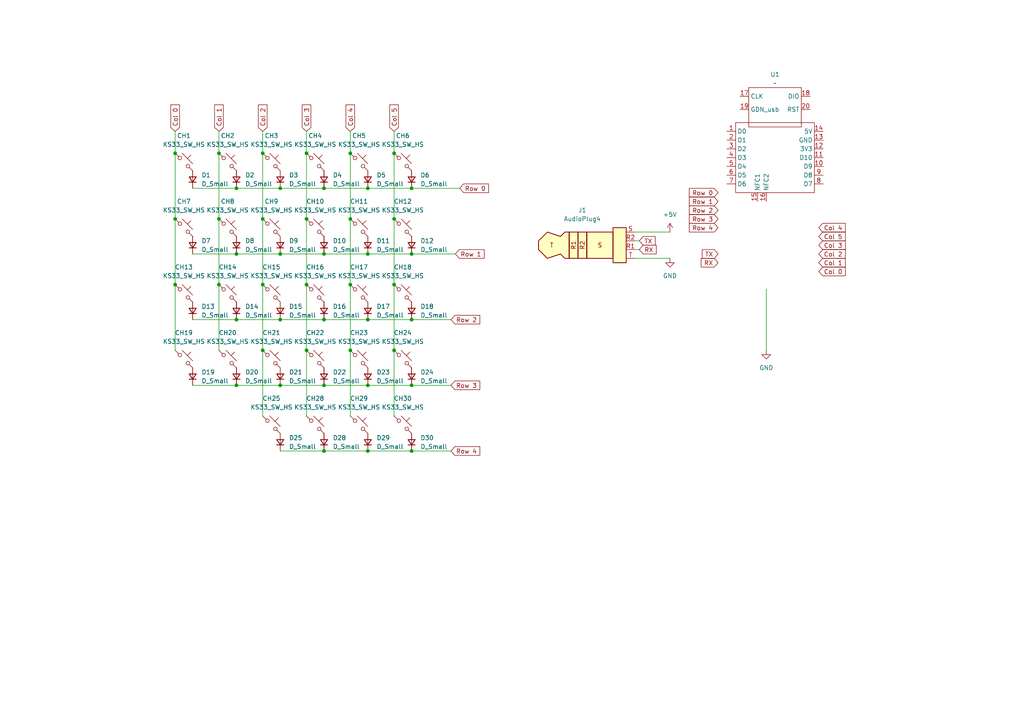
<source format=kicad_sch>
(kicad_sch (version 20231120) (generator "eeschema") (generator_version "8.0")
  (paper "A4")
  (lib_symbols
    (symbol "Connector_Audio:AudioPlug4"
      (property "Reference" "J" (at 10.16 5.08 0))
      (property "Value" "AudioPlug4" (at 11.43 -7.62 0))
      (symbol "AudioPlug4_0_0"
        (text "R1" (at -2.54 -1.27 900) (effects (font (size 1.27 1.27))))
        (text "R2" (at 0 -1.27 900) (effects (font (size 1.27 1.27))))
        (text "S" (at 5.08 -1.27 0) (effects (font (size 1.27 1.27))))
        (text "T" (at -8.89 -1.27 0) (effects (font (size 1.27 1.27))))
      )
      (symbol "AudioPlug4_0_1"
        (rectangle (start -1.27 2.54) (end -3.81 -5.08) (stroke (width 0.254)) (fill (type background)))
        (polyline (pts (xy -3.81 2.54) (xy -5.08 2.54) (xy -6.35 1.27) (xy -10.16 2.54) (xy -12.7 0) (xy -12.7 -2.54) (xy -10.16 -5.08) (xy -6.35 -3.81) (xy -5.08 -5.08) (xy -3.81 -5.08) (xy -3.81 2.54)) (stroke (width 0.254)) (fill (type background)))
        (rectangle (start 1.27 2.54) (end -1.27 -5.08) (stroke (width 0.254)) (fill (type background)))
        (rectangle (start 1.27 2.54) (end 8.89 -5.08) (stroke (width 0.254)) (fill (type background)))
        (rectangle (start 12.7 3.81) (end 8.89 -6.35) (stroke (width 0.254)) (fill (type background)))
      )
      (symbol "AudioPlug4_1_1"
        (pin passive line (at 15.24 -2.54 180) (length 2.54) (name "~") (number "R1"))
        (pin passive line (at 15.24 0 180) (length 2.54) (name "~") (number "R2"))
        (pin passive line (at 15.24 2.54 180) (length 2.54) (name "~") (number "S"))
        (pin passive line (at 15.24 -5.08 180) (length 2.54) (name "~") (number "T"))
      )
    )
    (symbol "Device:D_Small" (pin_numbers hide) (pin_names (offset 0.254) hide)
      (property "Reference" "D" (at -1.27 2.032 0))
      (property "Value" "D_Small" (at -3.81 -2.032 0))
      (symbol "D_Small_0_1"
        (polyline (pts (xy -0.762 -1.016) (xy -0.762 1.016)) (stroke (width 0.254)))
        (polyline (pts (xy -0.762 0) (xy 0.762 0)))
        (polyline (pts (xy 0.762 -1.016) (xy -0.762 0) (xy 0.762 1.016) (xy 0.762 -1.016)) (stroke (width 0.254)))
      )
      (symbol "D_Small_1_1"
        (pin passive line (at -2.54 0 0) (length 1.778) (name "K") (number "1"))
        (pin passive line (at 2.54 0 180) (length 1.778) (name "A") (number "2"))
      )
    )
    (symbol "PCM_marbastlib-gateron_lp:KS33_SW_HS_KS-2P02B01-02" (pin_numbers hide) (pin_names (offset 1.016) hide)
      (property "Reference" "CH" (at 3.048 1.016 0))
      (property "Value" "KS33_SW_HS" (at 0 -3.81 0))
      (symbol "KS33_SW_HS_KS-2P02B01-02_0_1"
        (circle (center -1.1684 1.1684) (radius 0.508))
        (polyline (pts (xy -0.508 2.54) (xy 2.54 -0.508)))
        (polyline (pts (xy 1.016 1.016) (xy 2.032 2.032)))
        (polyline (pts (xy -2.54 2.54) (xy -1.524 1.524) (xy -1.524 1.524)))
        (polyline (pts (xy 1.524 -1.524) (xy 2.54 -2.54) (xy 2.54 -2.54) (xy 2.54 -2.54)))
        (circle (center 1.143 -1.1938) (radius 0.508))
        (pin passive line (at -2.54 2.54 0) (length 0) (name "1") (number "1"))
        (pin passive line (at 2.54 -2.54 180) (length 0) (name "2") (number "2"))
      )
    )
    (symbol "power:+5V" (power) (pin_numbers hide) (pin_names (offset 0) hide)
      (property "Value" "+5V" (at 0 3.556 0))
      (symbol "+5V_0_1"
        (polyline (pts (xy -0.762 1.27) (xy 0 2.54)))
        (polyline (pts (xy 0 0) (xy 0 2.54)))
        (polyline (pts (xy 0 2.54) (xy 0.762 1.27)))
      )
      (symbol "+5V_1_1"
        (pin power_in line (at 0 0 90) (length 0) (name "~") (number "1"))
      )
    )
    (symbol "power:GND" (power) (pin_numbers hide) (pin_names (offset 0) hide)
      (property "Value" "GND" (at 0 -3.81 0))
      (symbol "GND_0_1"
        (polyline (pts (xy 0 0) (xy 0 -1.27) (xy 1.27 -1.27) (xy 0 -2.54) (xy -1.27 -1.27) (xy 0 -1.27)))
      )
      (symbol "GND_1_1"
        (pin power_in line (at 0 0 270) (length 0) (name "~") (number "1"))
      )
    )
    (symbol "sighol:Seeed_XIAO_BLE"
      (property "Reference" "U" (at 0 0 0))
      (symbol "Seeed_XIAO_BLE_0_1"
        (rectangle (start -11.43 2.54) (end 11.43 -17.78))
        (rectangle (start -7.62 12.7) (end 7.62 1.27))
      )
      (symbol "Seeed_XIAO_BLE_1_1"
        (pin bidirectional line (at -13.97 0 0) (length 2.54) (name "D0") (number "1"))
        (pin bidirectional line (at 13.97 -10.16 180) (length 2.54) (name "D9") (number "10"))
        (pin bidirectional line (at 13.97 -7.62 180) (length 2.54) (name "D10") (number "11"))
        (pin bidirectional line (at 13.97 -5.08 180) (length 2.54) (name "3V3") (number "12"))
        (pin bidirectional line (at 13.97 -2.54 180) (length 2.54) (name "GND") (number "13"))
        (pin power_in line (at 13.97 0 180) (length 2.54) (name "5V") (number "14"))
        (pin bidirectional line (at -5.08 -20.32 90) (length 2.54) (name "NFC1") (number "15"))
        (pin bidirectional line (at -2.54 -20.32 90) (length 2.54) (name "NFC2") (number "16"))
        (pin bidirectional line (at -10.16 10.16 0) (length 2.54) (name "CLK") (number "17"))
        (pin bidirectional line (at 10.16 10.16 180) (length 2.54) (name "DIO") (number "18"))
        (pin bidirectional line (at -10.16 6.35 0) (length 2.54) (name "GDN_usb") (number "19"))
        (pin bidirectional line (at -13.97 -2.54 0) (length 2.54) (name "D1") (number "2"))
        (pin bidirectional line (at 10.16 6.35 180) (length 2.54) (name "RST") (number "20"))
        (pin bidirectional line (at -13.97 -5.08 0) (length 2.54) (name "D2") (number "3"))
        (pin bidirectional line (at -13.97 -7.62 0) (length 2.54) (name "D3") (number "4"))
        (pin bidirectional line (at -13.97 -10.16 0) (length 2.54) (name "D4") (number "5"))
        (pin bidirectional line (at -13.97 -12.7 0) (length 2.54) (name "D5") (number "6"))
        (pin bidirectional line (at -13.97 -15.24 0) (length 2.54) (name "D6") (number "7"))
        (pin bidirectional line (at 13.97 -15.24 180) (length 2.54) (name "D7") (number "8"))
        (pin bidirectional line (at 13.97 -12.7 180) (length 2.54) (name "D8") (number "9"))
      )
    )
  )
  (junction (at 101.6 44.45))
  (junction (at 93.98 73.66))
  (junction (at 68.58 111.76))
  (junction (at 50.8 44.45))
  (junction (at 106.68 54.61))
  (junction (at 119.38 73.66))
  (junction (at 114.3 101.6))
  (junction (at 50.8 63.5))
  (junction (at 81.28 73.66))
  (junction (at 114.3 63.5))
  (junction (at 114.3 82.55))
  (junction (at 81.28 111.76))
  (junction (at 88.9 101.6))
  (junction (at 93.98 111.76))
  (junction (at 101.6 101.6))
  (junction (at 106.68 130.81))
  (junction (at 63.5 44.45))
  (junction (at 106.68 73.66))
  (junction (at 76.2 63.5))
  (junction (at 81.28 92.71))
  (junction (at 68.58 73.66))
  (junction (at 63.5 63.5))
  (junction (at 106.68 111.76))
  (junction (at 101.6 63.5))
  (junction (at 119.38 130.81))
  (junction (at 63.5 82.55))
  (junction (at 76.2 82.55))
  (junction (at 119.38 54.61))
  (junction (at 114.3 44.45))
  (junction (at 50.8 82.55))
  (junction (at 88.9 44.45))
  (junction (at 68.58 54.61))
  (junction (at 81.28 54.61))
  (junction (at 93.98 54.61))
  (junction (at 76.2 44.45))
  (junction (at 88.9 63.5))
  (junction (at 119.38 92.71))
  (junction (at 76.2 101.6))
  (junction (at 68.58 92.71))
  (junction (at 88.9 82.55))
  (junction (at 101.6 82.55))
  (junction (at 93.98 130.81))
  (junction (at 93.98 92.71))
  (junction (at 106.68 92.71))
  (junction (at 119.38 111.76))
  (wire (pts (xy 81.28 111.76) (xy 93.98 111.76)))
  (wire (pts (xy 106.68 73.66) (xy 119.38 73.66)))
  (wire (pts (xy 88.9 101.6) (xy 88.9 120.65)))
  (wire (pts (xy 119.38 130.81) (xy 130.81 130.81)))
  (wire (pts (xy 106.68 92.71) (xy 119.38 92.71)))
  (wire (pts (xy 88.9 63.5) (xy 88.9 82.55)))
  (wire (pts (xy 114.3 82.55) (xy 114.3 101.6)))
  (wire (pts (xy 184.15 74.93) (xy 194.31 74.93)))
  (wire (pts (xy 63.5 82.55) (xy 63.5 101.6)))
  (wire (pts (xy 93.98 54.61) (xy 106.68 54.61)))
  (wire (pts (xy 185.42 69.85) (xy 184.15 69.85)))
  (wire (pts (xy 184.15 67.31) (xy 194.31 67.31)))
  (wire (pts (xy 93.98 111.76) (xy 106.68 111.76)))
  (wire (pts (xy 114.3 101.6) (xy 114.3 120.65)))
  (wire (pts (xy 81.28 92.71) (xy 93.98 92.71)))
  (wire (pts (xy 50.8 63.5) (xy 50.8 82.55)))
  (wire (pts (xy 88.9 82.55) (xy 88.9 101.6)))
  (wire (pts (xy 106.68 54.61) (xy 119.38 54.61)))
  (wire (pts (xy 101.6 82.55) (xy 101.6 101.6)))
  (wire (pts (xy 101.6 44.45) (xy 101.6 38.1)))
  (wire (pts (xy 50.8 82.55) (xy 50.8 101.6)))
  (wire (pts (xy 101.6 63.5) (xy 101.6 82.55)))
  (wire (pts (xy 222.25 83.82) (xy 222.25 101.6)))
  (wire (pts (xy 81.28 54.61) (xy 93.98 54.61)))
  (wire (pts (xy 101.6 44.45) (xy 101.6 63.5)))
  (wire (pts (xy 88.9 44.45) (xy 88.9 63.5)))
  (wire (pts (xy 63.5 44.45) (xy 63.5 63.5)))
  (wire (pts (xy 119.38 92.71) (xy 130.81 92.71)))
  (wire (pts (xy 55.88 111.76) (xy 68.58 111.76)))
  (wire (pts (xy 119.38 73.66) (xy 132.08 73.66)))
  (wire (pts (xy 185.42 72.39) (xy 184.15 72.39)))
  (wire (pts (xy 50.8 44.45) (xy 50.8 38.1)))
  (wire (pts (xy 119.38 111.76) (xy 130.81 111.76)))
  (wire (pts (xy 68.58 111.76) (xy 81.28 111.76)))
  (wire (pts (xy 81.28 130.81) (xy 93.98 130.81)))
  (wire (pts (xy 76.2 101.6) (xy 76.2 120.65)))
  (wire (pts (xy 55.88 73.66) (xy 68.58 73.66)))
  (wire (pts (xy 55.88 54.61) (xy 68.58 54.61)))
  (wire (pts (xy 119.38 54.61) (xy 133.35 54.61)))
  (wire (pts (xy 81.28 73.66) (xy 93.98 73.66)))
  (wire (pts (xy 93.98 92.71) (xy 106.68 92.71)))
  (wire (pts (xy 93.98 130.81) (xy 106.68 130.81)))
  (wire (pts (xy 76.2 44.45) (xy 76.2 63.5)))
  (wire (pts (xy 88.9 44.45) (xy 88.9 38.1)))
  (wire (pts (xy 106.68 111.76) (xy 119.38 111.76)))
  (wire (pts (xy 114.3 63.5) (xy 114.3 82.55)))
  (wire (pts (xy 106.68 130.81) (xy 119.38 130.81)))
  (wire (pts (xy 76.2 63.5) (xy 76.2 82.55)))
  (wire (pts (xy 68.58 92.71) (xy 81.28 92.71)))
  (wire (pts (xy 76.2 82.55) (xy 76.2 101.6)))
  (wire (pts (xy 101.6 101.6) (xy 101.6 120.65)))
  (wire (pts (xy 93.98 73.66) (xy 106.68 73.66)))
  (wire (pts (xy 68.58 54.61) (xy 81.28 54.61)))
  (wire (pts (xy 68.58 73.66) (xy 81.28 73.66)))
  (wire (pts (xy 55.88 92.71) (xy 68.58 92.71)))
  (wire (pts (xy 63.5 63.5) (xy 63.5 82.55)))
  (wire (pts (xy 63.5 44.45) (xy 63.5 38.1)))
  (wire (pts (xy 76.2 44.45) (xy 76.2 38.1)))
  (wire (pts (xy 50.8 44.45) (xy 50.8 63.5)))
  (wire (pts (xy 114.3 44.45) (xy 114.3 63.5)))
  (wire (pts (xy 114.3 44.45) (xy 114.3 38.1)))
  (global_label "Col 1" (shape input) (at 63.5 38.1 90) (property "Intersheetrefs" "${INTERSHEET_REFS}" (effects (hide yes))))
  (global_label "Col 1" (shape input) (at 237.49 76.2 0) (property "Intersheetrefs" "${INTERSHEET_REFS}" (effects (hide yes))))
  (global_label "Row 4" (shape input) (at 208.28 66.04 180) (property "Intersheetrefs" "${INTERSHEET_REFS}" (effects (hide yes))))
  (global_label "TX" (shape input) (at 185.42 69.85 0) (property "Intersheetrefs" "${INTERSHEET_REFS}" (effects (hide yes))))
  (global_label "Row 2" (shape input) (at 208.28 60.96 180) (property "Intersheetrefs" "${INTERSHEET_REFS}" (effects (hide yes))))
  (global_label "Col 0" (shape input) (at 50.8 38.1 90) (property "Intersheetrefs" "${INTERSHEET_REFS}" (effects (hide yes))))
  (global_label "Col 2" (shape input) (at 237.49 73.66 0) (property "Intersheetrefs" "${INTERSHEET_REFS}" (effects (hide yes))))
  (global_label "RX" (shape input) (at 185.42 72.39 0) (property "Intersheetrefs" "${INTERSHEET_REFS}" (effects (hide yes))))
  (global_label "Row 4" (shape input) (at 130.81 130.81 0) (property "Intersheetrefs" "${INTERSHEET_REFS}" (effects (hide yes))))
  (global_label "Row 3" (shape input) (at 130.81 111.76 0) (property "Intersheetrefs" "${INTERSHEET_REFS}" (effects (hide yes))))
  (global_label "Col 3" (shape input) (at 237.49 71.12 0) (property "Intersheetrefs" "${INTERSHEET_REFS}" (effects (hide yes))))
  (global_label "RX" (shape input) (at 208.28 76.2 180) (property "Intersheetrefs" "${INTERSHEET_REFS}" (effects (hide yes))))
  (global_label "Row 1" (shape input) (at 132.08 73.66 0) (property "Intersheetrefs" "${INTERSHEET_REFS}" (effects (hide yes))))
  (global_label "Row 3" (shape input) (at 208.28 63.5 180) (property "Intersheetrefs" "${INTERSHEET_REFS}" (effects (hide yes))))
  (global_label "Col 4" (shape input) (at 237.49 66.04 0) (property "Intersheetrefs" "${INTERSHEET_REFS}" (effects (hide yes))))
  (global_label "Col 4" (shape input) (at 101.6 38.1 90) (property "Intersheetrefs" "${INTERSHEET_REFS}" (effects (hide yes))))
  (global_label "Col 5" (shape input) (at 237.49 68.58 0) (property "Intersheetrefs" "${INTERSHEET_REFS}" (effects (hide yes))))
  (global_label "Col 2" (shape input) (at 76.2 38.1 90) (property "Intersheetrefs" "${INTERSHEET_REFS}" (effects (hide yes))))
  (global_label "Col 3" (shape input) (at 88.9 38.1 90) (property "Intersheetrefs" "${INTERSHEET_REFS}" (effects (hide yes))))
  (global_label "Row 0" (shape input) (at 208.28 55.88 180) (property "Intersheetrefs" "${INTERSHEET_REFS}" (effects (hide yes))))
  (global_label "Col 0" (shape input) (at 237.49 78.74 0) (property "Intersheetrefs" "${INTERSHEET_REFS}" (effects (hide yes))))
  (global_label "Col 5" (shape input) (at 114.3 38.1 90) (property "Intersheetrefs" "${INTERSHEET_REFS}" (effects (hide yes))))
  (global_label "Row 1" (shape input) (at 208.28 58.42 180) (property "Intersheetrefs" "${INTERSHEET_REFS}" (effects (hide yes))))
  (global_label "Row 0" (shape input) (at 133.35 54.61 0) (property "Intersheetrefs" "${INTERSHEET_REFS}" (effects (hide yes))))
  (global_label "Row 2" (shape input) (at 130.81 92.71 0) (property "Intersheetrefs" "${INTERSHEET_REFS}" (effects (hide yes))))
  (global_label "TX" (shape input) (at 208.28 73.66 180) (property "Intersheetrefs" "${INTERSHEET_REFS}" (effects (hide yes))))
  (symbol (lib_id "PCM_marbastlib-gateron_lp:KS33_SW_HS_KS-2P02B01-02") (at 91.44 85.09 0) (unit 1)
    (property "Reference" "CH16" (at 91.44 77.47 0))
    (property "Value" "KS33_SW_HS" (at 91.44 80.01 0))
    (property "Footprint" "sighol:Kailh_socket_PG1350_optional_reversible_clean" (effects (hide yes)))
    (property "Description" "Push button switch, normally open, two pins, 45° tilted" (effects (hide yes)))
  )
  (symbol (lib_id "sighol:Seeed_XIAO_BLE") (at 224.79 38.1 0) (unit 1)
    (property "Reference" "U1" (at 224.79 21.59 0))
    (property "Value" "~" (at 224.79 24.13 0))
  )
  (symbol (lib_id "PCM_marbastlib-gateron_lp:KS33_SW_HS_KS-2P02B01-02") (at 53.34 66.04 0) (unit 1)
    (property "Reference" "CH7" (at 53.34 58.42 0))
    (property "Value" "KS33_SW_HS" (at 53.34 60.96 0))
    (property "Footprint" "sighol:Kailh_socket_PG1350_optional_reversible_clean" (effects (hide yes)))
    (property "Description" "Push button switch, normally open, two pins, 45° tilted" (effects (hide yes)))
  )
  (symbol (lib_id "Device:D_Small") (at 106.68 90.17 90) (unit 1)
    (property "Reference" "D17" (at 109.22 88.8999 90) (effects (justify right)))
    (property "Value" "D_Small" (at 109.22 91.4399 90) (effects (justify right)))
    (property "Footprint" "sighol:D_DO-35_SOD27_P7.62mm_Horizontal" (effects (hide yes)))
    (property "Description" "Diode, small symbol" (effects (hide yes)))
    (property "Sim.Device" "D" (effects (hide yes)))
    (property "Sim.Pins" "1=K 2=A" (effects (hide yes)))
  )
  (symbol (lib_id "Device:D_Small") (at 119.38 109.22 90) (unit 1)
    (property "Reference" "D24" (at 121.92 107.9499 90) (effects (justify right)))
    (property "Value" "D_Small" (at 121.92 110.4899 90) (effects (justify right)))
    (property "Footprint" "sighol:D_DO-35_SOD27_P7.62mm_Horizontal" (effects (hide yes)))
    (property "Description" "Diode, small symbol" (effects (hide yes)))
    (property "Sim.Device" "D" (effects (hide yes)))
    (property "Sim.Pins" "1=K 2=A" (effects (hide yes)))
  )
  (symbol (lib_id "PCM_marbastlib-gateron_lp:KS33_SW_HS_KS-2P02B01-02") (at 66.04 46.99 0) (unit 1)
    (property "Reference" "CH2" (at 66.04 39.37 0))
    (property "Value" "KS33_SW_HS" (at 66.04 41.91 0))
    (property "Footprint" "sighol:Kailh_socket_PG1350_optional_reversible_clean" (effects (hide yes)))
    (property "Description" "Push button switch, normally open, two pins, 45° tilted" (effects (hide yes)))
  )
  (symbol (lib_id "Device:D_Small") (at 93.98 90.17 90) (unit 1)
    (property "Reference" "D16" (at 96.52 88.8999 90) (effects (justify right)))
    (property "Value" "D_Small" (at 96.52 91.4399 90) (effects (justify right)))
    (property "Footprint" "sighol:D_DO-35_SOD27_P7.62mm_Horizontal" (effects (hide yes)))
    (property "Description" "Diode, small symbol" (effects (hide yes)))
    (property "Sim.Device" "D" (effects (hide yes)))
    (property "Sim.Pins" "1=K 2=A" (effects (hide yes)))
  )
  (symbol (lib_id "PCM_marbastlib-gateron_lp:KS33_SW_HS_KS-2P02B01-02") (at 116.84 66.04 0) (unit 1)
    (property "Reference" "CH12" (at 116.84 58.42 0))
    (property "Value" "KS33_SW_HS" (at 116.84 60.96 0))
    (property "Footprint" "sighol:Kailh_socket_PG1350_optional_reversible_clean" (effects (hide yes)))
    (property "Description" "Push button switch, normally open, two pins, 45° tilted" (effects (hide yes)))
  )
  (symbol (lib_id "PCM_marbastlib-gateron_lp:KS33_SW_HS_KS-2P02B01-02") (at 104.14 46.99 0) (unit 1)
    (property "Reference" "CH5" (at 104.14 39.37 0))
    (property "Value" "KS33_SW_HS" (at 104.14 41.91 0))
    (property "Footprint" "sighol:Kailh_socket_PG1350_optional_reversible_clean" (effects (hide yes)))
    (property "Description" "Push button switch, normally open, two pins, 45° tilted" (effects (hide yes)))
  )
  (symbol (lib_id "power:GND") (at 222.25 101.6 0) (unit 1)
    (property "Reference" "#PWR06" (effects (hide yes)))
    (property "Value" "GND" (at 222.25 106.68 0))
    (property "Description" "Power symbol creates a global label with name \"GND\" , ground" (effects (hide yes)))
  )
  (symbol (lib_id "PCM_marbastlib-gateron_lp:KS33_SW_HS_KS-2P02B01-02") (at 91.44 104.14 0) (unit 1)
    (property "Reference" "CH22" (at 91.44 96.52 0))
    (property "Value" "KS33_SW_HS" (at 91.44 99.06 0))
    (property "Footprint" "sighol:Kailh_socket_PG1350_optional_reversible_clean" (effects (hide yes)))
    (property "Description" "Push button switch, normally open, two pins, 45° tilted" (effects (hide yes)))
  )
  (symbol (lib_id "PCM_marbastlib-gateron_lp:KS33_SW_HS_KS-2P02B01-02") (at 78.74 104.14 0) (unit 1)
    (property "Reference" "CH21" (at 78.74 96.52 0))
    (property "Value" "KS33_SW_HS" (at 78.74 99.06 0))
    (property "Footprint" "sighol:Kailh_socket_PG1350_optional_reversible_clean" (effects (hide yes)))
    (property "Description" "Push button switch, normally open, two pins, 45° tilted" (effects (hide yes)))
  )
  (symbol (lib_id "Device:D_Small") (at 106.68 109.22 90) (unit 1)
    (property "Reference" "D23" (at 109.22 107.9499 90) (effects (justify right)))
    (property "Value" "D_Small" (at 109.22 110.4899 90) (effects (justify right)))
    (property "Footprint" "sighol:D_DO-35_SOD27_P7.62mm_Horizontal" (effects (hide yes)))
    (property "Description" "Diode, small symbol" (effects (hide yes)))
    (property "Sim.Device" "D" (effects (hide yes)))
    (property "Sim.Pins" "1=K 2=A" (effects (hide yes)))
  )
  (symbol (lib_id "PCM_marbastlib-gateron_lp:KS33_SW_HS_KS-2P02B01-02") (at 91.44 46.99 0) (unit 1)
    (property "Reference" "CH4" (at 91.44 39.37 0))
    (property "Value" "KS33_SW_HS" (at 91.44 41.91 0))
    (property "Footprint" "sighol:Kailh_socket_PG1350_optional_reversible_clean" (effects (hide yes)))
    (property "Description" "Push button switch, normally open, two pins, 45° tilted" (effects (hide yes)))
  )
  (symbol (lib_id "Device:D_Small") (at 81.28 109.22 90) (unit 1)
    (property "Reference" "D21" (at 83.82 107.9499 90) (effects (justify right)))
    (property "Value" "D_Small" (at 83.82 110.4899 90) (effects (justify right)))
    (property "Footprint" "sighol:D_DO-35_SOD27_P7.62mm_Horizontal" (effects (hide yes)))
    (property "Description" "Diode, small symbol" (effects (hide yes)))
    (property "Sim.Device" "D" (effects (hide yes)))
    (property "Sim.Pins" "1=K 2=A" (effects (hide yes)))
  )
  (symbol (lib_id "Device:D_Small") (at 68.58 71.12 90) (unit 1)
    (property "Reference" "D8" (at 71.12 69.8499 90) (effects (justify right)))
    (property "Value" "D_Small" (at 71.12 72.3899 90) (effects (justify right)))
    (property "Footprint" "sighol:D_DO-35_SOD27_P7.62mm_Horizontal" (effects (hide yes)))
    (property "Description" "Diode, small symbol" (effects (hide yes)))
    (property "Sim.Device" "D" (effects (hide yes)))
    (property "Sim.Pins" "1=K 2=A" (effects (hide yes)))
  )
  (symbol (lib_id "Device:D_Small") (at 93.98 109.22 90) (unit 1)
    (property "Reference" "D22" (at 96.52 107.9499 90) (effects (justify right)))
    (property "Value" "D_Small" (at 96.52 110.4899 90) (effects (justify right)))
    (property "Footprint" "sighol:D_DO-35_SOD27_P7.62mm_Horizontal" (effects (hide yes)))
    (property "Description" "Diode, small symbol" (effects (hide yes)))
    (property "Sim.Device" "D" (effects (hide yes)))
    (property "Sim.Pins" "1=K 2=A" (effects (hide yes)))
  )
  (symbol (lib_id "PCM_marbastlib-gateron_lp:KS33_SW_HS_KS-2P02B01-02") (at 53.34 85.09 0) (unit 1)
    (property "Reference" "CH13" (at 53.34 77.47 0))
    (property "Value" "KS33_SW_HS" (at 53.34 80.01 0))
    (property "Footprint" "sighol:Kailh_socket_PG1350_optional_reversible_clean" (effects (hide yes)))
    (property "Description" "Push button switch, normally open, two pins, 45° tilted" (effects (hide yes)))
  )
  (symbol (lib_id "Device:D_Small") (at 93.98 52.07 90) (unit 1)
    (property "Reference" "D4" (at 96.52 50.7999 90) (effects (justify right)))
    (property "Value" "D_Small" (at 96.52 53.3399 90) (effects (justify right)))
    (property "Footprint" "sighol:D_DO-35_SOD27_P7.62mm_Horizontal" (effects (hide yes)))
    (property "Description" "Diode, small symbol" (effects (hide yes)))
    (property "Sim.Device" "D" (effects (hide yes)))
    (property "Sim.Pins" "1=K 2=A" (effects (hide yes)))
  )
  (symbol (lib_id "PCM_marbastlib-gateron_lp:KS33_SW_HS_KS-2P02B01-02") (at 116.84 123.19 0) (unit 1)
    (property "Reference" "CH30" (at 116.84 115.57 0))
    (property "Value" "KS33_SW_HS" (at 116.84 118.11 0))
    (property "Footprint" "sighol:Kailh_socket_PG1350_optional_reversible_clean" (effects (hide yes)))
    (property "Description" "Push button switch, normally open, two pins, 45° tilted" (effects (hide yes)))
  )
  (symbol (lib_id "Device:D_Small") (at 55.88 109.22 90) (unit 1)
    (property "Reference" "D19" (at 58.42 107.9499 90) (effects (justify right)))
    (property "Value" "D_Small" (at 58.42 110.4899 90) (effects (justify right)))
    (property "Footprint" "sighol:D_DO-35_SOD27_P7.62mm_Horizontal" (effects (hide yes)))
    (property "Description" "Diode, small symbol" (effects (hide yes)))
    (property "Sim.Device" "D" (effects (hide yes)))
    (property "Sim.Pins" "1=K 2=A" (effects (hide yes)))
  )
  (symbol (lib_id "PCM_marbastlib-gateron_lp:KS33_SW_HS_KS-2P02B01-02") (at 116.84 85.09 0) (unit 1)
    (property "Reference" "CH18" (at 116.84 77.47 0))
    (property "Value" "KS33_SW_HS" (at 116.84 80.01 0))
    (property "Footprint" "sighol:Kailh_socket_PG1350_optional_reversible_clean" (effects (hide yes)))
    (property "Description" "Push button switch, normally open, two pins, 45° tilted" (effects (hide yes)))
  )
  (symbol (lib_id "Device:D_Small") (at 93.98 128.27 90) (unit 1)
    (property "Reference" "D28" (at 96.52 126.9999 90) (effects (justify right)))
    (property "Value" "D_Small" (at 96.52 129.5399 90) (effects (justify right)))
    (property "Footprint" "sighol:D_DO-35_SOD27_P7.62mm_Horizontal" (effects (hide yes)))
    (property "Description" "Diode, small symbol" (effects (hide yes)))
    (property "Sim.Device" "D" (effects (hide yes)))
    (property "Sim.Pins" "1=K 2=A" (effects (hide yes)))
  )
  (symbol (lib_id "Connector_Audio:AudioPlug4") (at 168.91 69.85 0) (unit 1)
    (property "Reference" "J1" (at 168.91 60.96 0))
    (property "Value" "AudioPlug4" (at 168.91 63.5 0))
    (property "Footprint" "sighol:TRRS-PJ-320A" (effects (hide yes)))
    (property "Description" "Audio Jack, 4 Poles (Stereo / TRRS)" (effects (hide yes)))
  )
  (symbol (lib_id "PCM_marbastlib-gateron_lp:KS33_SW_HS_KS-2P02B01-02") (at 104.14 85.09 0) (unit 1)
    (property "Reference" "CH17" (at 104.14 77.47 0))
    (property "Value" "KS33_SW_HS" (at 104.14 80.01 0))
    (property "Footprint" "sighol:Kailh_socket_PG1350_optional_reversible_clean" (effects (hide yes)))
    (property "Description" "Push button switch, normally open, two pins, 45° tilted" (effects (hide yes)))
  )
  (symbol (lib_id "Device:D_Small") (at 55.88 90.17 90) (unit 1)
    (property "Reference" "D13" (at 58.42 88.8999 90) (effects (justify right)))
    (property "Value" "D_Small" (at 58.42 91.4399 90) (effects (justify right)))
    (property "Footprint" "sighol:D_DO-35_SOD27_P7.62mm_Horizontal" (effects (hide yes)))
    (property "Description" "Diode, small symbol" (effects (hide yes)))
    (property "Sim.Device" "D" (effects (hide yes)))
    (property "Sim.Pins" "1=K 2=A" (effects (hide yes)))
  )
  (symbol (lib_id "Device:D_Small") (at 106.68 71.12 90) (unit 1)
    (property "Reference" "D11" (at 109.22 69.8499 90) (effects (justify right)))
    (property "Value" "D_Small" (at 109.22 72.3899 90) (effects (justify right)))
    (property "Footprint" "sighol:D_DO-35_SOD27_P7.62mm_Horizontal" (effects (hide yes)))
    (property "Description" "Diode, small symbol" (effects (hide yes)))
    (property "Sim.Device" "D" (effects (hide yes)))
    (property "Sim.Pins" "1=K 2=A" (effects (hide yes)))
  )
  (symbol (lib_id "PCM_marbastlib-gateron_lp:KS33_SW_HS_KS-2P02B01-02") (at 53.34 46.99 0) (unit 1)
    (property "Reference" "CH1" (at 53.34 39.37 0))
    (property "Value" "KS33_SW_HS" (at 53.34 41.91 0))
    (property "Footprint" "sighol:Kailh_socket_PG1350_optional_reversible_clean" (effects (hide yes)))
    (property "Description" "Push button switch, normally open, two pins, 45° tilted" (effects (hide yes)))
  )
  (symbol (lib_id "PCM_marbastlib-gateron_lp:KS33_SW_HS_KS-2P02B01-02") (at 104.14 66.04 0) (unit 1)
    (property "Reference" "CH11" (at 104.14 58.42 0))
    (property "Value" "KS33_SW_HS" (at 104.14 60.96 0))
    (property "Footprint" "sighol:Kailh_socket_PG1350_optional_reversible_clean" (effects (hide yes)))
    (property "Description" "Push button switch, normally open, two pins, 45° tilted" (effects (hide yes)))
  )
  (symbol (lib_id "Device:D_Small") (at 68.58 90.17 90) (unit 1)
    (property "Reference" "D14" (at 71.12 88.8999 90) (effects (justify right)))
    (property "Value" "D_Small" (at 71.12 91.4399 90) (effects (justify right)))
    (property "Footprint" "sighol:D_DO-35_SOD27_P7.62mm_Horizontal" (effects (hide yes)))
    (property "Description" "Diode, small symbol" (effects (hide yes)))
    (property "Sim.Device" "D" (effects (hide yes)))
    (property "Sim.Pins" "1=K 2=A" (effects (hide yes)))
  )
  (symbol (lib_id "PCM_marbastlib-gateron_lp:KS33_SW_HS_KS-2P02B01-02") (at 116.84 104.14 0) (unit 1)
    (property "Reference" "CH24" (at 116.84 96.52 0))
    (property "Value" "KS33_SW_HS" (at 116.84 99.06 0))
    (property "Footprint" "sighol:Kailh_socket_PG1350_optional_reversible_clean" (effects (hide yes)))
    (property "Description" "Push button switch, normally open, two pins, 45° tilted" (effects (hide yes)))
  )
  (symbol (lib_id "PCM_marbastlib-gateron_lp:KS33_SW_HS_KS-2P02B01-02") (at 66.04 104.14 0) (unit 1)
    (property "Reference" "CH20" (at 66.04 96.52 0))
    (property "Value" "KS33_SW_HS" (at 66.04 99.06 0))
    (property "Footprint" "sighol:Kailh_socket_PG1350_optional_reversible_clean" (effects (hide yes)))
    (property "Description" "Push button switch, normally open, two pins, 45° tilted" (effects (hide yes)))
  )
  (symbol (lib_id "PCM_marbastlib-gateron_lp:KS33_SW_HS_KS-2P02B01-02") (at 66.04 66.04 0) (unit 1)
    (property "Reference" "CH8" (at 66.04 58.42 0))
    (property "Value" "KS33_SW_HS" (at 66.04 60.96 0))
    (property "Footprint" "sighol:Kailh_socket_PG1350_optional_reversible_clean" (effects (hide yes)))
    (property "Description" "Push button switch, normally open, two pins, 45° tilted" (effects (hide yes)))
  )
  (symbol (lib_id "Device:D_Small") (at 106.68 128.27 90) (unit 1)
    (property "Reference" "D29" (at 109.22 126.9999 90) (effects (justify right)))
    (property "Value" "D_Small" (at 109.22 129.5399 90) (effects (justify right)))
    (property "Footprint" "sighol:D_DO-35_SOD27_P7.62mm_Horizontal" (effects (hide yes)))
    (property "Description" "Diode, small symbol" (effects (hide yes)))
    (property "Sim.Device" "D" (effects (hide yes)))
    (property "Sim.Pins" "1=K 2=A" (effects (hide yes)))
  )
  (symbol (lib_id "PCM_marbastlib-gateron_lp:KS33_SW_HS_KS-2P02B01-02") (at 66.04 85.09 0) (unit 1)
    (property "Reference" "CH14" (at 66.04 77.47 0))
    (property "Value" "KS33_SW_HS" (at 66.04 80.01 0))
    (property "Footprint" "sighol:Kailh_socket_PG1350_optional_reversible_clean" (effects (hide yes)))
    (property "Description" "Push button switch, normally open, two pins, 45° tilted" (effects (hide yes)))
  )
  (symbol (lib_id "power:GND") (at 194.31 74.93 0) (unit 1)
    (property "Reference" "#PWR04" (effects (hide yes)))
    (property "Value" "GND" (at 194.31 80.01 0))
    (property "Description" "Power symbol creates a global label with name \"GND\" , ground" (effects (hide yes)))
  )
  (symbol (lib_id "Device:D_Small") (at 55.88 52.07 90) (unit 1)
    (property "Reference" "D1" (at 58.42 50.7999 90) (effects (justify right)))
    (property "Value" "D_Small" (at 58.42 53.3399 90) (effects (justify right)))
    (property "Footprint" "sighol:D_DO-35_SOD27_P7.62mm_Horizontal" (effects (hide yes)))
    (property "Description" "Diode, small symbol" (effects (hide yes)))
    (property "Sim.Device" "D" (effects (hide yes)))
    (property "Sim.Pins" "1=K 2=A" (effects (hide yes)))
  )
  (symbol (lib_id "Device:D_Small") (at 93.98 71.12 90) (unit 1)
    (property "Reference" "D10" (at 96.52 69.8499 90) (effects (justify right)))
    (property "Value" "D_Small" (at 96.52 72.3899 90) (effects (justify right)))
    (property "Footprint" "sighol:D_DO-35_SOD27_P7.62mm_Horizontal" (effects (hide yes)))
    (property "Description" "Diode, small symbol" (effects (hide yes)))
    (property "Sim.Device" "D" (effects (hide yes)))
    (property "Sim.Pins" "1=K 2=A" (effects (hide yes)))
  )
  (symbol (lib_id "Device:D_Small") (at 119.38 128.27 90) (unit 1)
    (property "Reference" "D30" (at 121.92 126.9999 90) (effects (justify right)))
    (property "Value" "D_Small" (at 121.92 129.5399 90) (effects (justify right)))
    (property "Footprint" "sighol:D_DO-35_SOD27_P7.62mm_Horizontal" (effects (hide yes)))
    (property "Description" "Diode, small symbol" (effects (hide yes)))
    (property "Sim.Device" "D" (effects (hide yes)))
    (property "Sim.Pins" "1=K 2=A" (effects (hide yes)))
  )
  (symbol (lib_id "Device:D_Small") (at 106.68 52.07 90) (unit 1)
    (property "Reference" "D5" (at 109.22 50.7999 90) (effects (justify right)))
    (property "Value" "D_Small" (at 109.22 53.3399 90) (effects (justify right)))
    (property "Footprint" "sighol:D_DO-35_SOD27_P7.62mm_Horizontal" (effects (hide yes)))
    (property "Description" "Diode, small symbol" (effects (hide yes)))
    (property "Sim.Device" "D" (effects (hide yes)))
    (property "Sim.Pins" "1=K 2=A" (effects (hide yes)))
  )
  (symbol (lib_id "Device:D_Small") (at 68.58 52.07 90) (unit 1)
    (property "Reference" "D2" (at 71.12 50.7999 90) (effects (justify right)))
    (property "Value" "D_Small" (at 71.12 53.3399 90) (effects (justify right)))
    (property "Footprint" "sighol:D_DO-35_SOD27_P7.62mm_Horizontal" (effects (hide yes)))
    (property "Description" "Diode, small symbol" (effects (hide yes)))
    (property "Sim.Device" "D" (effects (hide yes)))
    (property "Sim.Pins" "1=K 2=A" (effects (hide yes)))
  )
  (symbol (lib_id "PCM_marbastlib-gateron_lp:KS33_SW_HS_KS-2P02B01-02") (at 104.14 123.19 0) (unit 1)
    (property "Reference" "CH29" (at 104.14 115.57 0))
    (property "Value" "KS33_SW_HS" (at 104.14 118.11 0))
    (property "Footprint" "sighol:Kailh_socket_PG1350_optional_reversible_clean" (effects (hide yes)))
    (property "Description" "Push button switch, normally open, two pins, 45° tilted" (effects (hide yes)))
  )
  (symbol (lib_id "PCM_marbastlib-gateron_lp:KS33_SW_HS_KS-2P02B01-02") (at 78.74 123.19 0) (unit 1)
    (property "Reference" "CH25" (at 78.74 115.57 0))
    (property "Value" "KS33_SW_HS" (at 78.74 118.11 0))
    (property "Footprint" "sighol:Kailh_socket_PG1350_optional_reversible_clean" (effects (hide yes)))
    (property "Description" "Push button switch, normally open, two pins, 45° tilted" (effects (hide yes)))
  )
  (symbol (lib_id "power:+5V") (at 194.31 67.31 0) (unit 1)
    (property "Reference" "#PWR03" (effects (hide yes)))
    (property "Value" "+5V" (at 194.31 62.23 0))
    (property "Description" "Power symbol creates a global label with name \"+5V\"" (effects (hide yes)))
  )
  (symbol (lib_id "Device:D_Small") (at 81.28 90.17 90) (unit 1)
    (property "Reference" "D15" (at 83.82 88.8999 90) (effects (justify right)))
    (property "Value" "D_Small" (at 83.82 91.4399 90) (effects (justify right)))
    (property "Footprint" "sighol:D_DO-35_SOD27_P7.62mm_Horizontal" (effects (hide yes)))
    (property "Description" "Diode, small symbol" (effects (hide yes)))
    (property "Sim.Device" "D" (effects (hide yes)))
    (property "Sim.Pins" "1=K 2=A" (effects (hide yes)))
  )
  (symbol (lib_id "Device:D_Small") (at 81.28 52.07 90) (unit 1)
    (property "Reference" "D3" (at 83.82 50.7999 90) (effects (justify right)))
    (property "Value" "D_Small" (at 83.82 53.3399 90) (effects (justify right)))
    (property "Footprint" "sighol:D_DO-35_SOD27_P7.62mm_Horizontal" (effects (hide yes)))
    (property "Description" "Diode, small symbol" (effects (hide yes)))
    (property "Sim.Device" "D" (effects (hide yes)))
    (property "Sim.Pins" "1=K 2=A" (effects (hide yes)))
  )
  (symbol (lib_id "PCM_marbastlib-gateron_lp:KS33_SW_HS_KS-2P02B01-02") (at 91.44 123.19 0) (unit 1)
    (property "Reference" "CH28" (at 91.44 115.57 0))
    (property "Value" "KS33_SW_HS" (at 91.44 118.11 0))
    (property "Footprint" "sighol:Kailh_socket_PG1350_optional_reversible_clean" (effects (hide yes)))
    (property "Description" "Push button switch, normally open, two pins, 45° tilted" (effects (hide yes)))
  )
  (symbol (lib_id "PCM_marbastlib-gateron_lp:KS33_SW_HS_KS-2P02B01-02") (at 78.74 66.04 0) (unit 1)
    (property "Reference" "CH9" (at 78.74 58.42 0))
    (property "Value" "KS33_SW_HS" (at 78.74 60.96 0))
    (property "Footprint" "sighol:Kailh_socket_PG1350_optional_reversible_clean" (effects (hide yes)))
    (property "Description" "Push button switch, normally open, two pins, 45° tilted" (effects (hide yes)))
  )
  (symbol (lib_id "Device:D_Small") (at 68.58 109.22 90) (unit 1)
    (property "Reference" "D20" (at 71.12 107.9499 90) (effects (justify right)))
    (property "Value" "D_Small" (at 71.12 110.4899 90) (effects (justify right)))
    (property "Footprint" "sighol:D_DO-35_SOD27_P7.62mm_Horizontal" (effects (hide yes)))
    (property "Description" "Diode, small symbol" (effects (hide yes)))
    (property "Sim.Device" "D" (effects (hide yes)))
    (property "Sim.Pins" "1=K 2=A" (effects (hide yes)))
  )
  (symbol (lib_id "Device:D_Small") (at 119.38 71.12 90) (unit 1)
    (property "Reference" "D12" (at 121.92 69.8499 90) (effects (justify right)))
    (property "Value" "D_Small" (at 121.92 72.3899 90) (effects (justify right)))
    (property "Footprint" "sighol:D_DO-35_SOD27_P7.62mm_Horizontal" (effects (hide yes)))
    (property "Description" "Diode, small symbol" (effects (hide yes)))
    (property "Sim.Device" "D" (effects (hide yes)))
    (property "Sim.Pins" "1=K 2=A" (effects (hide yes)))
  )
  (symbol (lib_id "Device:D_Small") (at 119.38 52.07 90) (unit 1)
    (property "Reference" "D6" (at 121.92 50.7999 90) (effects (justify right)))
    (property "Value" "D_Small" (at 121.92 53.3399 90) (effects (justify right)))
    (property "Footprint" "sighol:D_DO-35_SOD27_P7.62mm_Horizontal" (effects (hide yes)))
    (property "Description" "Diode, small symbol" (effects (hide yes)))
    (property "Sim.Device" "D" (effects (hide yes)))
    (property "Sim.Pins" "1=K 2=A" (effects (hide yes)))
  )
  (symbol (lib_id "Device:D_Small") (at 81.28 71.12 90) (unit 1)
    (property "Reference" "D9" (at 83.82 69.8499 90) (effects (justify right)))
    (property "Value" "D_Small" (at 83.82 72.3899 90) (effects (justify right)))
    (property "Footprint" "sighol:D_DO-35_SOD27_P7.62mm_Horizontal" (effects (hide yes)))
    (property "Description" "Diode, small symbol" (effects (hide yes)))
    (property "Sim.Device" "D" (effects (hide yes)))
    (property "Sim.Pins" "1=K 2=A" (effects (hide yes)))
  )
  (symbol (lib_id "PCM_marbastlib-gateron_lp:KS33_SW_HS_KS-2P02B01-02") (at 104.14 104.14 0) (unit 1)
    (property "Reference" "CH23" (at 104.14 96.52 0))
    (property "Value" "KS33_SW_HS" (at 104.14 99.06 0))
    (property "Footprint" "sighol:Kailh_socket_PG1350_optional_reversible_clean" (effects (hide yes)))
    (property "Description" "Push button switch, normally open, two pins, 45° tilted" (effects (hide yes)))
  )
  (symbol (lib_id "Device:D_Small") (at 119.38 90.17 90) (unit 1)
    (property "Reference" "D18" (at 121.92 88.8999 90) (effects (justify right)))
    (property "Value" "D_Small" (at 121.92 91.4399 90) (effects (justify right)))
    (property "Footprint" "sighol:D_DO-35_SOD27_P7.62mm_Horizontal" (effects (hide yes)))
    (property "Description" "Diode, small symbol" (effects (hide yes)))
    (property "Sim.Device" "D" (effects (hide yes)))
    (property "Sim.Pins" "1=K 2=A" (effects (hide yes)))
  )
  (symbol (lib_id "PCM_marbastlib-gateron_lp:KS33_SW_HS_KS-2P02B01-02") (at 116.84 46.99 0) (unit 1)
    (property "Reference" "CH6" (at 116.84 39.37 0))
    (property "Value" "KS33_SW_HS" (at 116.84 41.91 0))
    (property "Footprint" "sighol:Kailh_socket_PG1350_optional_reversible_clean" (effects (hide yes)))
    (property "Description" "Push button switch, normally open, two pins, 45° tilted" (effects (hide yes)))
  )
  (symbol (lib_id "PCM_marbastlib-gateron_lp:KS33_SW_HS_KS-2P02B01-02") (at 78.74 85.09 0) (unit 1)
    (property "Reference" "CH15" (at 78.74 77.47 0))
    (property "Value" "KS33_SW_HS" (at 78.74 80.01 0))
    (property "Footprint" "sighol:Kailh_socket_PG1350_optional_reversible_clean" (effects (hide yes)))
    (property "Description" "Push button switch, normally open, two pins, 45° tilted" (effects (hide yes)))
  )
  (symbol (lib_id "Device:D_Small") (at 55.88 71.12 90) (unit 1)
    (property "Reference" "D7" (at 58.42 69.8499 90) (effects (justify right)))
    (property "Value" "D_Small" (at 58.42 72.3899 90) (effects (justify right)))
    (property "Footprint" "sighol:D_DO-35_SOD27_P7.62mm_Horizontal" (effects (hide yes)))
    (property "Description" "Diode, small symbol" (effects (hide yes)))
    (property "Sim.Device" "D" (effects (hide yes)))
    (property "Sim.Pins" "1=K 2=A" (effects (hide yes)))
  )
  (symbol (lib_id "PCM_marbastlib-gateron_lp:KS33_SW_HS_KS-2P02B01-02") (at 91.44 66.04 0) (unit 1)
    (property "Reference" "CH10" (at 91.44 58.42 0))
    (property "Value" "KS33_SW_HS" (at 91.44 60.96 0))
    (property "Footprint" "sighol:Kailh_socket_PG1350_optional_reversible_clean" (effects (hide yes)))
    (property "Description" "Push button switch, normally open, two pins, 45° tilted" (effects (hide yes)))
  )
  (symbol (lib_id "PCM_marbastlib-gateron_lp:KS33_SW_HS_KS-2P02B01-02") (at 53.34 104.14 0) (unit 1)
    (property "Reference" "CH19" (at 53.34 96.52 0))
    (property "Value" "KS33_SW_HS" (at 53.34 99.06 0))
    (property "Footprint" "sighol:Kailh_socket_PG1350_optional_reversible_clean" (effects (hide yes)))
    (property "Description" "Push button switch, normally open, two pins, 45° tilted" (effects (hide yes)))
  )
  (symbol (lib_id "Device:D_Small") (at 81.28 128.27 90) (unit 1)
    (property "Reference" "D25" (at 83.82 126.9999 90) (effects (justify right)))
    (property "Value" "D_Small" (at 83.82 129.5399 90) (effects (justify right)))
    (property "Footprint" "sighol:D_DO-35_SOD27_P7.62mm_Horizontal" (effects (hide yes)))
    (property "Description" "Diode, small symbol" (effects (hide yes)))
    (property "Sim.Device" "D" (effects (hide yes)))
    (property "Sim.Pins" "1=K 2=A" (effects (hide yes)))
  )
  (symbol (lib_id "PCM_marbastlib-gateron_lp:KS33_SW_HS_KS-2P02B01-02") (at 78.74 46.99 0) (unit 1)
    (property "Reference" "CH3" (at 78.74 39.37 0))
    (property "Value" "KS33_SW_HS" (at 78.74 41.91 0))
    (property "Footprint" "sighol:Kailh_socket_PG1350_optional_reversible_clean" (effects (hide yes)))
    (property "Description" "Push button switch, normally open, two pins, 45° tilted" (effects (hide yes)))
  )
)
</source>
